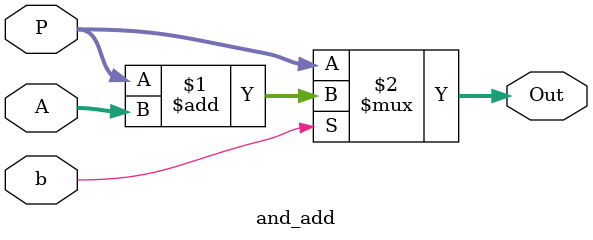
<source format=v>
`default_nettype none

module and_add (
    P,
    A,
    b,
    Out
);


input wire [256:0] P;
input wire [255:0] A;
input wire b;
output wire [256:0] Out;

assign Out = b ? (P+A ) : P;
//assign Out = (P+A) * b + P * !b;

endmodule

</source>
